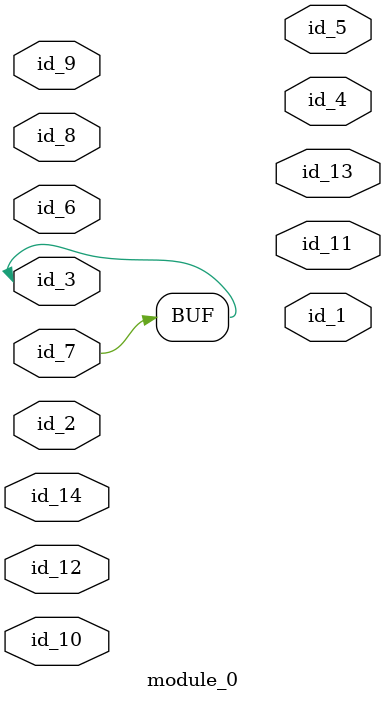
<source format=v>
module module_0 (
    id_1,
    id_2,
    id_3,
    id_4,
    id_5,
    id_6,
    id_7,
    id_8,
    id_9,
    id_10,
    id_11,
    id_12,
    id_13,
    id_14
);
  inout id_14;
  output id_13;
  inout id_12;
  output id_11;
  inout id_10;
  input id_9;
  input id_8;
  input id_7;
  inout id_6;
  output id_5;
  output id_4;
  inout id_3;
  inout id_2;
  output id_1;
  assign #1 id_3 = id_7;
endmodule

</source>
